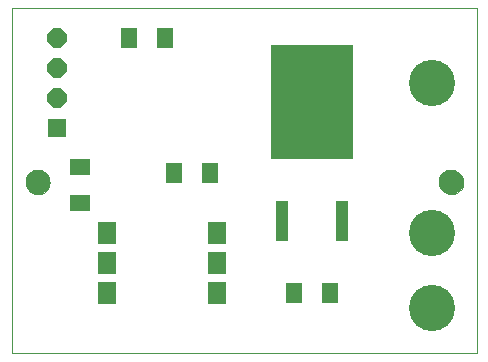
<source format=gbs>
G75*
%MOIN*%
%OFA0B0*%
%FSLAX24Y24*%
%IPPOS*%
%LPD*%
%AMOC8*
5,1,8,0,0,1.08239X$1,22.5*
%
%ADD10C,0.0000*%
%ADD11C,0.0827*%
%ADD12R,0.0640X0.0640*%
%ADD13OC8,0.0640*%
%ADD14R,0.0638X0.0741*%
%ADD15R,0.0434X0.1379*%
%ADD16R,0.2717X0.3820*%
%ADD17R,0.0552X0.0670*%
%ADD18R,0.0670X0.0552*%
%ADD19C,0.1540*%
D10*
X000100Y000100D02*
X000100Y011596D01*
X015600Y011596D01*
X015600Y000100D01*
X000100Y000100D01*
X000576Y005800D02*
X000578Y005839D01*
X000584Y005878D01*
X000594Y005916D01*
X000607Y005953D01*
X000624Y005988D01*
X000644Y006022D01*
X000668Y006053D01*
X000695Y006082D01*
X000724Y006108D01*
X000756Y006131D01*
X000790Y006151D01*
X000826Y006167D01*
X000863Y006179D01*
X000902Y006188D01*
X000941Y006193D01*
X000980Y006194D01*
X001019Y006191D01*
X001058Y006184D01*
X001095Y006173D01*
X001132Y006159D01*
X001167Y006141D01*
X001200Y006120D01*
X001231Y006095D01*
X001259Y006068D01*
X001284Y006038D01*
X001306Y006005D01*
X001325Y005971D01*
X001340Y005935D01*
X001352Y005897D01*
X001360Y005859D01*
X001364Y005820D01*
X001364Y005780D01*
X001360Y005741D01*
X001352Y005703D01*
X001340Y005665D01*
X001325Y005629D01*
X001306Y005595D01*
X001284Y005562D01*
X001259Y005532D01*
X001231Y005505D01*
X001200Y005480D01*
X001167Y005459D01*
X001132Y005441D01*
X001095Y005427D01*
X001058Y005416D01*
X001019Y005409D01*
X000980Y005406D01*
X000941Y005407D01*
X000902Y005412D01*
X000863Y005421D01*
X000826Y005433D01*
X000790Y005449D01*
X000756Y005469D01*
X000724Y005492D01*
X000695Y005518D01*
X000668Y005547D01*
X000644Y005578D01*
X000624Y005612D01*
X000607Y005647D01*
X000594Y005684D01*
X000584Y005722D01*
X000578Y005761D01*
X000576Y005800D01*
X014366Y005800D02*
X014368Y005839D01*
X014374Y005878D01*
X014384Y005916D01*
X014397Y005953D01*
X014414Y005988D01*
X014434Y006022D01*
X014458Y006053D01*
X014485Y006082D01*
X014514Y006108D01*
X014546Y006131D01*
X014580Y006151D01*
X014616Y006167D01*
X014653Y006179D01*
X014692Y006188D01*
X014731Y006193D01*
X014770Y006194D01*
X014809Y006191D01*
X014848Y006184D01*
X014885Y006173D01*
X014922Y006159D01*
X014957Y006141D01*
X014990Y006120D01*
X015021Y006095D01*
X015049Y006068D01*
X015074Y006038D01*
X015096Y006005D01*
X015115Y005971D01*
X015130Y005935D01*
X015142Y005897D01*
X015150Y005859D01*
X015154Y005820D01*
X015154Y005780D01*
X015150Y005741D01*
X015142Y005703D01*
X015130Y005665D01*
X015115Y005629D01*
X015096Y005595D01*
X015074Y005562D01*
X015049Y005532D01*
X015021Y005505D01*
X014990Y005480D01*
X014957Y005459D01*
X014922Y005441D01*
X014885Y005427D01*
X014848Y005416D01*
X014809Y005409D01*
X014770Y005406D01*
X014731Y005407D01*
X014692Y005412D01*
X014653Y005421D01*
X014616Y005433D01*
X014580Y005449D01*
X014546Y005469D01*
X014514Y005492D01*
X014485Y005518D01*
X014458Y005547D01*
X014434Y005578D01*
X014414Y005612D01*
X014397Y005647D01*
X014384Y005684D01*
X014374Y005722D01*
X014368Y005761D01*
X014366Y005800D01*
D11*
X014760Y005800D03*
X000970Y005800D03*
D12*
X001600Y007600D03*
D13*
X001600Y008600D03*
X001600Y009600D03*
X001600Y010600D03*
D14*
X003271Y004100D03*
X003271Y003100D03*
X003271Y002100D03*
X006929Y002100D03*
X006929Y003100D03*
X006929Y004100D03*
D15*
X009100Y004502D03*
X011100Y004502D03*
D16*
X010100Y008478D03*
D17*
X006700Y006100D03*
X005500Y006100D03*
X009500Y002100D03*
X010700Y002100D03*
X005200Y010600D03*
X004000Y010600D03*
D18*
X002380Y006320D03*
X002380Y005120D03*
D19*
X014100Y004100D03*
X014100Y001600D03*
X014100Y009100D03*
M02*

</source>
